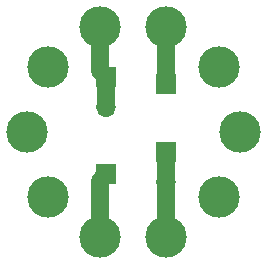
<source format=gbr>
%TF.GenerationSoftware,KiCad,Pcbnew,8.0.8*%
%TF.CreationDate,2025-02-19T08:42:43-08:00*%
%TF.ProjectId,RotarySW,526f7461-7279-4535-972e-6b696361645f,rev?*%
%TF.SameCoordinates,Original*%
%TF.FileFunction,Copper,L1,Top*%
%TF.FilePolarity,Positive*%
%FSLAX46Y46*%
G04 Gerber Fmt 4.6, Leading zero omitted, Abs format (unit mm)*
G04 Created by KiCad (PCBNEW 8.0.8) date 2025-02-19 08:42:43*
%MOMM*%
%LPD*%
G01*
G04 APERTURE LIST*
%TA.AperFunction,ComponentPad*%
%ADD10C,3.500000*%
%TD*%
%TA.AperFunction,ComponentPad*%
%ADD11R,1.700000X1.700000*%
%TD*%
%TA.AperFunction,ComponentPad*%
%ADD12O,1.700000X1.700000*%
%TD*%
%TA.AperFunction,Conductor*%
%ADD13C,1.500000*%
%TD*%
G04 APERTURE END LIST*
D10*
%TO.P,J1,1,Pin_1*%
%TO.N,Net-(J1-Pin_1)*%
X127110000Y-103095000D03*
%TO.P,J1,2,Pin_2*%
%TO.N,Net-(J1-Pin_2)*%
X132710000Y-103095000D03*
%TO.P,J1,3,Pin_3*%
%TO.N,unconnected-(J1-Pin_3-Pad3)*%
X137160000Y-99695000D03*
%TO.P,J1,4,Pin_4*%
%TO.N,unconnected-(J1-Pin_4-Pad4)*%
X138910000Y-94195000D03*
%TO.P,J1,5,Pin_5*%
%TO.N,unconnected-(J1-Pin_5-Pad5)*%
X137160000Y-88695000D03*
%TO.P,J1,6,Pin_6*%
%TO.N,Net-(J1-Pin_6)*%
X132710000Y-85295000D03*
%TO.P,J1,7,Pin_7*%
%TO.N,Net-(J1-Pin_7)*%
X127110000Y-85295000D03*
%TO.P,J1,8,Pin_8*%
%TO.N,unconnected-(J1-Pin_8-Pad8)*%
X122660000Y-88695000D03*
%TO.P,J1,9,Pin_9*%
%TO.N,unconnected-(J1-Pin_9-Pad9)*%
X120910000Y-94195000D03*
%TO.P,J1,10,Pin_10*%
%TO.N,unconnected-(J1-Pin_10-Pad10)*%
X122660000Y-99695000D03*
%TD*%
D11*
%TO.P,J4,1,Pin_1*%
%TO.N,Net-(J1-Pin_2)*%
X132715000Y-95885000D03*
D12*
%TO.P,J4,2,Pin_2*%
X132715000Y-98425000D03*
%TD*%
D11*
%TO.P,J3,1,Pin_1*%
%TO.N,Net-(J1-Pin_6)*%
X132715000Y-90170000D03*
%TD*%
%TO.P,J5,1,Pin_1*%
%TO.N,Net-(J1-Pin_7)*%
X127635000Y-89535000D03*
D12*
%TO.P,J5,2,Pin_2*%
X127635000Y-92075000D03*
%TD*%
D11*
%TO.P,J2,1,Pin_1*%
%TO.N,Net-(J1-Pin_1)*%
X127635000Y-97790000D03*
%TD*%
D13*
%TO.N,Net-(J1-Pin_6)*%
X132710000Y-85295000D02*
X132710000Y-90165000D01*
X132710000Y-90165000D02*
X132715000Y-90170000D01*
%TO.N,Net-(J1-Pin_2)*%
X132710000Y-98430000D02*
X132715000Y-98425000D01*
X132715000Y-98425000D02*
X132715000Y-95885000D01*
X132710000Y-103095000D02*
X132710000Y-98430000D01*
%TO.N,Net-(J1-Pin_7)*%
X127635000Y-89535000D02*
X127635000Y-92075000D01*
X127110000Y-85295000D02*
X127110000Y-89010000D01*
X127110000Y-89010000D02*
X127635000Y-89535000D01*
%TO.N,Net-(J1-Pin_1)*%
X127110000Y-103095000D02*
X127110000Y-98315000D01*
X127110000Y-98315000D02*
X127635000Y-97790000D01*
%TD*%
M02*

</source>
